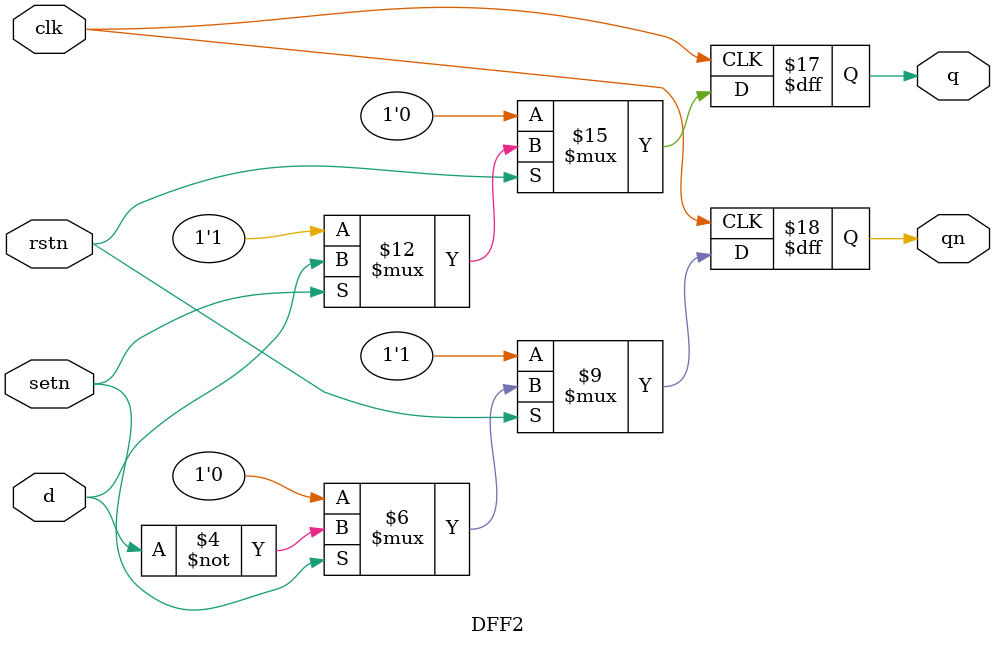
<source format=v>
module DFF2(q,qn,d,clk,setn,rstn);
input d,clk,setn,rstn;
output q,qn;
reg q,qn;

always @(posedge clk) begin
    // 同步清 0，低电平有效
    if (!rstn) begin
        q <= 0;
        qn <= 1;
    end
    // 同步置 1，低电平有效
    else if (!setn) begin
        q <= 1;
        qn <= 0;
    end
    // 时钟上升沿输出改变
    else begin
        q <= d;
        qn <= ~d;
    end
end

endmodule

</source>
